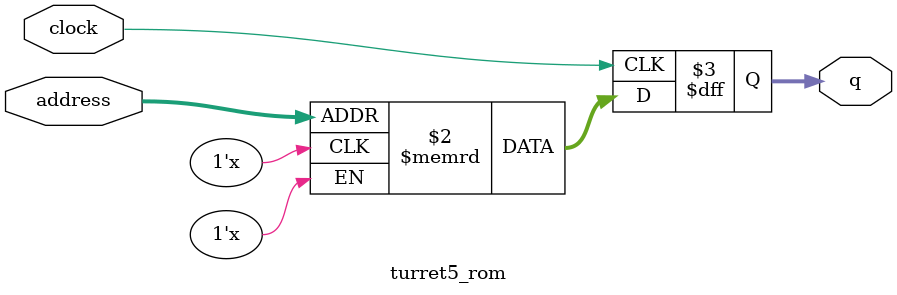
<source format=sv>
module turret5_rom (
	input logic clock,
	input logic [9:0] address,
	output logic [7:0] q
);

logic [7:0] memory [0:1023] /* synthesis ram_init_file = "./turret5/turret5.mif" */;

always_ff @ (posedge clock) begin
	q <= memory[address];
end

endmodule

</source>
